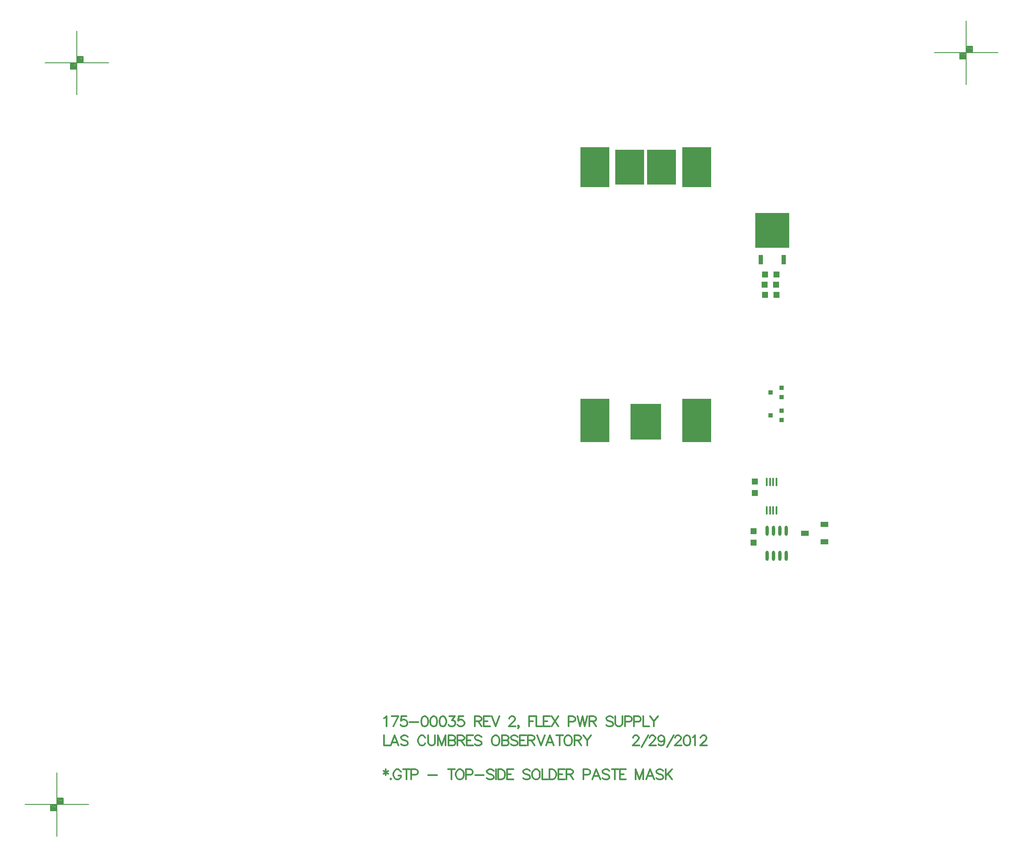
<source format=gtp>
%FSLAX23Y23*%
%MOIN*%
G70*
G01*
G75*
G04 Layer_Color=8421504*
%ADD10R,0.036X0.036*%
%ADD11R,0.050X0.050*%
%ADD12R,0.059X0.039*%
%ADD13O,0.014X0.067*%
%ADD14O,0.024X0.079*%
%ADD15R,0.050X0.050*%
%ADD16R,0.268X0.272*%
%ADD17R,0.037X0.075*%
%ADD18C,0.010*%
%ADD19C,0.020*%
%ADD20C,0.012*%
%ADD21R,5.000X0.079*%
%ADD22R,0.221X0.206*%
%ADD23R,6.378X0.079*%
%ADD24R,0.221X0.197*%
%ADD25R,0.262X0.135*%
%ADD26C,0.008*%
%ADD27C,0.012*%
%ADD28C,0.012*%
%ADD29R,0.059X0.059*%
%ADD30C,0.059*%
%ADD31C,0.157*%
%ADD32C,0.080*%
%ADD33C,0.079*%
%ADD34R,0.079X0.079*%
%ADD35R,0.120X0.120*%
%ADD36C,0.120*%
%ADD37C,0.055*%
%ADD38C,0.065*%
%ADD39C,0.115*%
%ADD40R,0.115X0.115*%
%ADD41C,0.037*%
%ADD42C,0.233*%
%ADD43C,0.220*%
%ADD44C,0.064*%
%ADD45C,0.020*%
%ADD46R,0.059X0.059*%
%ADD47C,0.030*%
%ADD48C,0.050*%
%ADD49C,0.024*%
%ADD50C,0.040*%
%ADD51C,0.075*%
%ADD52C,0.206*%
%ADD53C,0.092*%
G04:AMPARAMS|DCode=54|XSize=112mil|YSize=112mil|CornerRadius=0mil|HoleSize=0mil|Usage=FLASHONLY|Rotation=0.000|XOffset=0mil|YOffset=0mil|HoleType=Round|Shape=Relief|Width=10mil|Gap=10mil|Entries=4|*
%AMTHD54*
7,0,0,0.112,0.092,0.010,45*
%
%ADD54THD54*%
%ADD55C,0.087*%
%ADD56C,0.118*%
%ADD57C,0.073*%
%ADD58C,0.190*%
G04:AMPARAMS|DCode=59|XSize=107.244mil|YSize=107.244mil|CornerRadius=0mil|HoleSize=0mil|Usage=FLASHONLY|Rotation=0.000|XOffset=0mil|YOffset=0mil|HoleType=Round|Shape=Relief|Width=10mil|Gap=10mil|Entries=4|*
%AMTHD59*
7,0,0,0.107,0.087,0.010,45*
%
%ADD59THD59*%
G04:AMPARAMS|DCode=60|XSize=138mil|YSize=138mil|CornerRadius=0mil|HoleSize=0mil|Usage=FLASHONLY|Rotation=0.000|XOffset=0mil|YOffset=0mil|HoleType=Round|Shape=Relief|Width=10mil|Gap=10mil|Entries=4|*
%AMTHD60*
7,0,0,0.138,0.118,0.010,45*
%
%ADD60THD60*%
%ADD61C,0.067*%
%ADD62C,0.056*%
%ADD63C,0.104*%
G04:AMPARAMS|DCode=64|XSize=70mil|YSize=70mil|CornerRadius=0mil|HoleSize=0mil|Usage=FLASHONLY|Rotation=0.000|XOffset=0mil|YOffset=0mil|HoleType=Round|Shape=Relief|Width=10mil|Gap=10mil|Entries=4|*
%AMTHD64*
7,0,0,0.070,0.050,0.010,45*
%
%ADD64THD64*%
G04:AMPARAMS|DCode=65|XSize=95.433mil|YSize=95.433mil|CornerRadius=0mil|HoleSize=0mil|Usage=FLASHONLY|Rotation=0.000|XOffset=0mil|YOffset=0mil|HoleType=Round|Shape=Relief|Width=10mil|Gap=10mil|Entries=4|*
%AMTHD65*
7,0,0,0.095,0.075,0.010,45*
%
%ADD65THD65*%
%ADD66C,0.055*%
%ADD67C,0.068*%
G04:AMPARAMS|DCode=68|XSize=88mil|YSize=88mil|CornerRadius=0mil|HoleSize=0mil|Usage=FLASHONLY|Rotation=0.000|XOffset=0mil|YOffset=0mil|HoleType=Round|Shape=Relief|Width=10mil|Gap=10mil|Entries=4|*
%AMTHD68*
7,0,0,0.088,0.068,0.010,45*
%
%ADD68THD68*%
G04:AMPARAMS|DCode=69|XSize=226.142mil|YSize=226.142mil|CornerRadius=0mil|HoleSize=0mil|Usage=FLASHONLY|Rotation=0.000|XOffset=0mil|YOffset=0mil|HoleType=Round|Shape=Relief|Width=10mil|Gap=10mil|Entries=4|*
%AMTHD69*
7,0,0,0.226,0.206,0.010,45*
%
%ADD69THD69*%
G04:AMPARAMS|DCode=70|XSize=93.465mil|YSize=93.465mil|CornerRadius=0mil|HoleSize=0mil|Usage=FLASHONLY|Rotation=0.000|XOffset=0mil|YOffset=0mil|HoleType=Round|Shape=Relief|Width=10mil|Gap=10mil|Entries=4|*
%AMTHD70*
7,0,0,0.093,0.073,0.010,45*
%
%ADD70THD70*%
G04:AMPARAMS|DCode=71|XSize=100mil|YSize=100mil|CornerRadius=0mil|HoleSize=0mil|Usage=FLASHONLY|Rotation=0.000|XOffset=0mil|YOffset=0mil|HoleType=Round|Shape=Relief|Width=10mil|Gap=10mil|Entries=4|*
%AMTHD71*
7,0,0,0.100,0.080,0.010,45*
%
%ADD71THD71*%
G04:AMPARAMS|DCode=72|XSize=75mil|YSize=75mil|CornerRadius=0mil|HoleSize=0mil|Usage=FLASHONLY|Rotation=0.000|XOffset=0mil|YOffset=0mil|HoleType=Round|Shape=Relief|Width=10mil|Gap=10mil|Entries=4|*
%AMTHD72*
7,0,0,0.075,0.055,0.010,45*
%
%ADD72THD72*%
%ADD73R,0.094X0.102*%
%ADD74R,0.055X0.130*%
%ADD75R,0.059X0.087*%
%ADD76R,0.094X0.130*%
%ADD77C,0.050*%
%ADD78C,0.025*%
%ADD79C,0.007*%
%ADD80R,4.998X0.079*%
%ADD81C,0.025*%
%ADD82C,0.010*%
%ADD83C,0.024*%
%ADD84C,0.010*%
%ADD85C,0.006*%
%ADD86C,0.007*%
%ADD87C,0.008*%
%ADD88R,0.190X0.123*%
%ADD89R,0.230X0.340*%
%ADD90R,0.240X0.280*%
%ADD91R,0.230X0.275*%
%ADD92R,0.230X0.315*%
D10*
X52195Y33643D02*
D03*
X52109Y33606D02*
D03*
X52195Y33569D02*
D03*
Y33463D02*
D03*
X52109Y33426D02*
D03*
X52195Y33389D02*
D03*
D11*
X51978Y32425D02*
D03*
Y32515D02*
D03*
X51988Y32815D02*
D03*
Y32905D02*
D03*
D12*
X52534Y32569D02*
D03*
X52381Y32500D02*
D03*
X52534Y32431D02*
D03*
D13*
X52156Y32902D02*
D03*
X52130D02*
D03*
X52105D02*
D03*
X52079D02*
D03*
X52156Y32678D02*
D03*
X52130D02*
D03*
X52105D02*
D03*
X52079D02*
D03*
D14*
X52233Y32519D02*
D03*
X52183D02*
D03*
X52133D02*
D03*
X52083D02*
D03*
X52233Y32322D02*
D03*
X52183D02*
D03*
X52133D02*
D03*
X52083D02*
D03*
D15*
X52066Y34371D02*
D03*
X52156D02*
D03*
X52154Y34451D02*
D03*
X52064D02*
D03*
X52157Y34531D02*
D03*
X52067D02*
D03*
D16*
X52124Y34879D02*
D03*
D17*
X52213Y34649D02*
D03*
X52034D02*
D03*
D26*
X46410Y36197D02*
X46910D01*
X46660Y35947D02*
Y36447D01*
X46710Y36197D02*
Y36247D01*
X46660D02*
X46710D01*
X46610Y36147D02*
Y36197D01*
Y36147D02*
X46660D01*
X46615Y36192D02*
X46655D01*
X46615Y36152D02*
Y36192D01*
Y36152D02*
X46655D01*
Y36192D01*
X46620Y36187D02*
X46650D01*
X46620Y36157D02*
Y36187D01*
Y36157D02*
X46650D01*
Y36182D01*
X46625D02*
X46645D01*
X46625Y36162D02*
Y36182D01*
Y36162D02*
X46645D01*
Y36177D01*
X46630D02*
X46640D01*
X46630Y36167D02*
Y36177D01*
Y36167D02*
X46640D01*
Y36177D01*
X46630Y36172D02*
X46640D01*
X46665Y36242D02*
X46705D01*
X46665Y36202D02*
Y36242D01*
Y36202D02*
X46705D01*
Y36242D01*
X46670Y36237D02*
X46700D01*
X46670Y36207D02*
Y36237D01*
Y36207D02*
X46700D01*
Y36232D01*
X46675D02*
X46695D01*
X46675Y36212D02*
Y36232D01*
Y36212D02*
X46695D01*
Y36227D01*
X46680D02*
X46690D01*
X46680Y36217D02*
Y36227D01*
Y36217D02*
X46690D01*
Y36227D01*
X46680Y36222D02*
X46690D01*
X46252Y30370D02*
X46752D01*
X46502Y30120D02*
Y30620D01*
X46552Y30370D02*
Y30420D01*
X46502D02*
X46552D01*
X46452Y30320D02*
Y30370D01*
Y30320D02*
X46502D01*
X46457Y30365D02*
X46497D01*
X46457Y30325D02*
Y30365D01*
Y30325D02*
X46497D01*
Y30365D01*
X46462Y30360D02*
X46492D01*
X46462Y30330D02*
Y30360D01*
Y30330D02*
X46492D01*
Y30355D01*
X46467D02*
X46487D01*
X46467Y30335D02*
Y30355D01*
Y30335D02*
X46487D01*
Y30350D01*
X46472D02*
X46482D01*
X46472Y30340D02*
Y30350D01*
Y30340D02*
X46482D01*
Y30350D01*
X46472Y30345D02*
X46482D01*
X46507Y30415D02*
X46547D01*
X46507Y30375D02*
Y30415D01*
Y30375D02*
X46547D01*
Y30415D01*
X46512Y30410D02*
X46542D01*
X46512Y30380D02*
Y30410D01*
Y30380D02*
X46542D01*
Y30405D01*
X46517D02*
X46537D01*
X46517Y30385D02*
Y30405D01*
Y30385D02*
X46537D01*
Y30400D01*
X46522D02*
X46532D01*
X46522Y30390D02*
Y30400D01*
Y30390D02*
X46532D01*
Y30400D01*
X46522Y30395D02*
X46532D01*
X53398Y36275D02*
X53898D01*
X53648Y36025D02*
Y36525D01*
X53698Y36275D02*
Y36325D01*
X53648D02*
X53698D01*
X53598Y36225D02*
Y36275D01*
Y36225D02*
X53648D01*
X53603Y36270D02*
X53643D01*
X53603Y36230D02*
Y36270D01*
Y36230D02*
X53643D01*
Y36270D01*
X53608Y36265D02*
X53638D01*
X53608Y36235D02*
Y36265D01*
Y36235D02*
X53638D01*
Y36260D01*
X53613D02*
X53633D01*
X53613Y36240D02*
Y36260D01*
Y36240D02*
X53633D01*
Y36255D01*
X53618D02*
X53628D01*
X53618Y36245D02*
Y36255D01*
Y36245D02*
X53628D01*
Y36255D01*
X53618Y36250D02*
X53628D01*
X53653Y36320D02*
X53693D01*
X53653Y36280D02*
Y36320D01*
Y36280D02*
X53693D01*
Y36320D01*
X53658Y36315D02*
X53688D01*
X53658Y36285D02*
Y36315D01*
Y36285D02*
X53688D01*
Y36310D01*
X53663D02*
X53683D01*
X53663Y36290D02*
Y36310D01*
Y36290D02*
X53683D01*
Y36305D01*
X53668D02*
X53678D01*
X53668Y36295D02*
Y36305D01*
Y36295D02*
X53678D01*
Y36305D01*
X53668Y36300D02*
X53678D01*
D27*
X49073Y30911D02*
Y30831D01*
X49119D01*
X49188D02*
X49158Y30911D01*
X49127Y30831D01*
X49139Y30857D02*
X49177D01*
X49260Y30899D02*
X49253Y30907D01*
X49241Y30911D01*
X49226D01*
X49215Y30907D01*
X49207Y30899D01*
Y30892D01*
X49211Y30884D01*
X49215Y30880D01*
X49222Y30876D01*
X49245Y30869D01*
X49253Y30865D01*
X49257Y30861D01*
X49260Y30853D01*
Y30842D01*
X49253Y30834D01*
X49241Y30831D01*
X49226D01*
X49215Y30834D01*
X49207Y30842D01*
X49398Y30892D02*
X49394Y30899D01*
X49387Y30907D01*
X49379Y30911D01*
X49364D01*
X49356Y30907D01*
X49349Y30899D01*
X49345Y30892D01*
X49341Y30880D01*
Y30861D01*
X49345Y30850D01*
X49349Y30842D01*
X49356Y30834D01*
X49364Y30831D01*
X49379D01*
X49387Y30834D01*
X49394Y30842D01*
X49398Y30850D01*
X49421Y30911D02*
Y30853D01*
X49425Y30842D01*
X49432Y30834D01*
X49444Y30831D01*
X49451D01*
X49463Y30834D01*
X49470Y30842D01*
X49474Y30853D01*
Y30911D01*
X49496D02*
Y30831D01*
Y30911D02*
X49527Y30831D01*
X49557Y30911D02*
X49527Y30831D01*
X49557Y30911D02*
Y30831D01*
X49580Y30911D02*
Y30831D01*
Y30911D02*
X49614D01*
X49626Y30907D01*
X49629Y30903D01*
X49633Y30895D01*
Y30888D01*
X49629Y30880D01*
X49626Y30876D01*
X49614Y30872D01*
X49580D02*
X49614D01*
X49626Y30869D01*
X49629Y30865D01*
X49633Y30857D01*
Y30846D01*
X49629Y30838D01*
X49626Y30834D01*
X49614Y30831D01*
X49580D01*
X49651Y30911D02*
Y30831D01*
Y30911D02*
X49685D01*
X49697Y30907D01*
X49701Y30903D01*
X49705Y30895D01*
Y30888D01*
X49701Y30880D01*
X49697Y30876D01*
X49685Y30872D01*
X49651D01*
X49678D02*
X49705Y30831D01*
X49772Y30911D02*
X49722D01*
Y30831D01*
X49772D01*
X49722Y30872D02*
X49753D01*
X49839Y30899D02*
X49831Y30907D01*
X49820Y30911D01*
X49804D01*
X49793Y30907D01*
X49785Y30899D01*
Y30892D01*
X49789Y30884D01*
X49793Y30880D01*
X49800Y30876D01*
X49823Y30869D01*
X49831Y30865D01*
X49835Y30861D01*
X49839Y30853D01*
Y30842D01*
X49831Y30834D01*
X49820Y30831D01*
X49804D01*
X49793Y30834D01*
X49785Y30842D01*
X49942Y30911D02*
X49935Y30907D01*
X49927Y30899D01*
X49923Y30892D01*
X49919Y30880D01*
Y30861D01*
X49923Y30850D01*
X49927Y30842D01*
X49935Y30834D01*
X49942Y30831D01*
X49957D01*
X49965Y30834D01*
X49973Y30842D01*
X49976Y30850D01*
X49980Y30861D01*
Y30880D01*
X49976Y30892D01*
X49973Y30899D01*
X49965Y30907D01*
X49957Y30911D01*
X49942D01*
X49999D02*
Y30831D01*
Y30911D02*
X50033D01*
X50045Y30907D01*
X50048Y30903D01*
X50052Y30895D01*
Y30888D01*
X50048Y30880D01*
X50045Y30876D01*
X50033Y30872D01*
X49999D02*
X50033D01*
X50045Y30869D01*
X50048Y30865D01*
X50052Y30857D01*
Y30846D01*
X50048Y30838D01*
X50045Y30834D01*
X50033Y30831D01*
X49999D01*
X50123Y30899D02*
X50116Y30907D01*
X50104Y30911D01*
X50089D01*
X50078Y30907D01*
X50070Y30899D01*
Y30892D01*
X50074Y30884D01*
X50078Y30880D01*
X50085Y30876D01*
X50108Y30869D01*
X50116Y30865D01*
X50120Y30861D01*
X50123Y30853D01*
Y30842D01*
X50116Y30834D01*
X50104Y30831D01*
X50089D01*
X50078Y30834D01*
X50070Y30842D01*
X50191Y30911D02*
X50141D01*
Y30831D01*
X50191D01*
X50141Y30872D02*
X50172D01*
X50204Y30911D02*
Y30831D01*
Y30911D02*
X50238D01*
X50250Y30907D01*
X50254Y30903D01*
X50258Y30895D01*
Y30888D01*
X50254Y30880D01*
X50250Y30876D01*
X50238Y30872D01*
X50204D01*
X50231D02*
X50258Y30831D01*
X50275Y30911D02*
X50306Y30831D01*
X50336Y30911D02*
X50306Y30831D01*
X50408D02*
X50377Y30911D01*
X50347Y30831D01*
X50358Y30857D02*
X50396D01*
X50453Y30911D02*
Y30831D01*
X50426Y30911D02*
X50480D01*
X50512D02*
X50504Y30907D01*
X50497Y30899D01*
X50493Y30892D01*
X50489Y30880D01*
Y30861D01*
X50493Y30850D01*
X50497Y30842D01*
X50504Y30834D01*
X50512Y30831D01*
X50527D01*
X50535Y30834D01*
X50542Y30842D01*
X50546Y30850D01*
X50550Y30861D01*
Y30880D01*
X50546Y30892D01*
X50542Y30899D01*
X50535Y30907D01*
X50527Y30911D01*
X50512D01*
X50569D02*
Y30831D01*
Y30911D02*
X50603D01*
X50614Y30907D01*
X50618Y30903D01*
X50622Y30895D01*
Y30888D01*
X50618Y30880D01*
X50614Y30876D01*
X50603Y30872D01*
X50569D01*
X50595D02*
X50622Y30831D01*
X50640Y30911D02*
X50670Y30872D01*
Y30831D01*
X50701Y30911D02*
X50670Y30872D01*
X51029Y30892D02*
Y30895D01*
X51033Y30903D01*
X51037Y30907D01*
X51044Y30911D01*
X51060D01*
X51067Y30907D01*
X51071Y30903D01*
X51075Y30895D01*
Y30888D01*
X51071Y30880D01*
X51063Y30869D01*
X51025Y30831D01*
X51079D01*
X51097Y30819D02*
X51150Y30911D01*
X51159Y30892D02*
Y30895D01*
X51163Y30903D01*
X51167Y30907D01*
X51174Y30911D01*
X51190D01*
X51197Y30907D01*
X51201Y30903D01*
X51205Y30895D01*
Y30888D01*
X51201Y30880D01*
X51193Y30869D01*
X51155Y30831D01*
X51209D01*
X51276Y30884D02*
X51272Y30872D01*
X51265Y30865D01*
X51253Y30861D01*
X51249D01*
X51238Y30865D01*
X51230Y30872D01*
X51226Y30884D01*
Y30888D01*
X51230Y30899D01*
X51238Y30907D01*
X51249Y30911D01*
X51253D01*
X51265Y30907D01*
X51272Y30899D01*
X51276Y30884D01*
Y30865D01*
X51272Y30846D01*
X51265Y30834D01*
X51253Y30831D01*
X51246D01*
X51234Y30834D01*
X51230Y30842D01*
X51298Y30819D02*
X51351Y30911D01*
X51360Y30892D02*
Y30895D01*
X51364Y30903D01*
X51368Y30907D01*
X51375Y30911D01*
X51391D01*
X51398Y30907D01*
X51402Y30903D01*
X51406Y30895D01*
Y30888D01*
X51402Y30880D01*
X51394Y30869D01*
X51356Y30831D01*
X51410D01*
X51450Y30911D02*
X51439Y30907D01*
X51431Y30895D01*
X51428Y30876D01*
Y30865D01*
X51431Y30846D01*
X51439Y30834D01*
X51450Y30831D01*
X51458D01*
X51469Y30834D01*
X51477Y30846D01*
X51481Y30865D01*
Y30876D01*
X51477Y30895D01*
X51469Y30907D01*
X51458Y30911D01*
X51450D01*
X51499Y30895D02*
X51506Y30899D01*
X51518Y30911D01*
Y30831D01*
X51561Y30892D02*
Y30895D01*
X51565Y30903D01*
X51569Y30907D01*
X51576Y30911D01*
X51592D01*
X51599Y30907D01*
X51603Y30903D01*
X51607Y30895D01*
Y30888D01*
X51603Y30880D01*
X51596Y30869D01*
X51557Y30831D01*
X51611D01*
D28*
X49088Y30644D02*
Y30598D01*
X49069Y30633D02*
X49107Y30610D01*
Y30633D02*
X49069Y30610D01*
X49127Y30572D02*
X49123Y30568D01*
X49127Y30564D01*
X49131Y30568D01*
X49127Y30572D01*
X49205Y30625D02*
X49201Y30633D01*
X49194Y30640D01*
X49186Y30644D01*
X49171D01*
X49163Y30640D01*
X49156Y30633D01*
X49152Y30625D01*
X49148Y30614D01*
Y30594D01*
X49152Y30583D01*
X49156Y30575D01*
X49163Y30568D01*
X49171Y30564D01*
X49186D01*
X49194Y30568D01*
X49201Y30575D01*
X49205Y30583D01*
Y30594D01*
X49186D02*
X49205D01*
X49250Y30644D02*
Y30564D01*
X49224Y30644D02*
X49277D01*
X49286Y30602D02*
X49321D01*
X49332Y30606D01*
X49336Y30610D01*
X49340Y30617D01*
Y30629D01*
X49336Y30636D01*
X49332Y30640D01*
X49321Y30644D01*
X49286D01*
Y30564D01*
X49420Y30598D02*
X49489D01*
X49602Y30644D02*
Y30564D01*
X49575Y30644D02*
X49629D01*
X49661D02*
X49654Y30640D01*
X49646Y30633D01*
X49642Y30625D01*
X49638Y30614D01*
Y30594D01*
X49642Y30583D01*
X49646Y30575D01*
X49654Y30568D01*
X49661Y30564D01*
X49676D01*
X49684Y30568D01*
X49692Y30575D01*
X49695Y30583D01*
X49699Y30594D01*
Y30614D01*
X49695Y30625D01*
X49692Y30633D01*
X49684Y30640D01*
X49676Y30644D01*
X49661D01*
X49718Y30602D02*
X49752D01*
X49764Y30606D01*
X49767Y30610D01*
X49771Y30617D01*
Y30629D01*
X49767Y30636D01*
X49764Y30640D01*
X49752Y30644D01*
X49718D01*
Y30564D01*
X49789Y30598D02*
X49858D01*
X49935Y30633D02*
X49927Y30640D01*
X49916Y30644D01*
X49900D01*
X49889Y30640D01*
X49881Y30633D01*
Y30625D01*
X49885Y30617D01*
X49889Y30614D01*
X49897Y30610D01*
X49919Y30602D01*
X49927Y30598D01*
X49931Y30594D01*
X49935Y30587D01*
Y30575D01*
X49927Y30568D01*
X49916Y30564D01*
X49900D01*
X49889Y30568D01*
X49881Y30575D01*
X49953Y30644D02*
Y30564D01*
X49969Y30644D02*
Y30564D01*
Y30644D02*
X49996D01*
X50007Y30640D01*
X50015Y30633D01*
X50019Y30625D01*
X50023Y30614D01*
Y30594D01*
X50019Y30583D01*
X50015Y30575D01*
X50007Y30568D01*
X49996Y30564D01*
X49969D01*
X50090Y30644D02*
X50041D01*
Y30564D01*
X50090D01*
X50041Y30606D02*
X50071D01*
X50220Y30633D02*
X50212Y30640D01*
X50200Y30644D01*
X50185D01*
X50174Y30640D01*
X50166Y30633D01*
Y30625D01*
X50170Y30617D01*
X50174Y30614D01*
X50181Y30610D01*
X50204Y30602D01*
X50212Y30598D01*
X50216Y30594D01*
X50220Y30587D01*
Y30575D01*
X50212Y30568D01*
X50200Y30564D01*
X50185D01*
X50174Y30568D01*
X50166Y30575D01*
X50260Y30644D02*
X50253Y30640D01*
X50245Y30633D01*
X50241Y30625D01*
X50237Y30614D01*
Y30594D01*
X50241Y30583D01*
X50245Y30575D01*
X50253Y30568D01*
X50260Y30564D01*
X50276D01*
X50283Y30568D01*
X50291Y30575D01*
X50295Y30583D01*
X50298Y30594D01*
Y30614D01*
X50295Y30625D01*
X50291Y30633D01*
X50283Y30640D01*
X50276Y30644D01*
X50260D01*
X50317D02*
Y30564D01*
X50363D01*
X50372Y30644D02*
Y30564D01*
Y30644D02*
X50398D01*
X50410Y30640D01*
X50417Y30633D01*
X50421Y30625D01*
X50425Y30614D01*
Y30594D01*
X50421Y30583D01*
X50417Y30575D01*
X50410Y30568D01*
X50398Y30564D01*
X50372D01*
X50492Y30644D02*
X50443D01*
Y30564D01*
X50492D01*
X50443Y30606D02*
X50473D01*
X50506Y30644D02*
Y30564D01*
Y30644D02*
X50540D01*
X50551Y30640D01*
X50555Y30636D01*
X50559Y30629D01*
Y30621D01*
X50555Y30614D01*
X50551Y30610D01*
X50540Y30606D01*
X50506D01*
X50532D02*
X50559Y30564D01*
X50640Y30602D02*
X50674D01*
X50685Y30606D01*
X50689Y30610D01*
X50693Y30617D01*
Y30629D01*
X50689Y30636D01*
X50685Y30640D01*
X50674Y30644D01*
X50640D01*
Y30564D01*
X50772D02*
X50741Y30644D01*
X50711Y30564D01*
X50722Y30591D02*
X50760D01*
X50844Y30633D02*
X50836Y30640D01*
X50825Y30644D01*
X50810D01*
X50798Y30640D01*
X50790Y30633D01*
Y30625D01*
X50794Y30617D01*
X50798Y30614D01*
X50806Y30610D01*
X50829Y30602D01*
X50836Y30598D01*
X50840Y30594D01*
X50844Y30587D01*
Y30575D01*
X50836Y30568D01*
X50825Y30564D01*
X50810D01*
X50798Y30568D01*
X50790Y30575D01*
X50888Y30644D02*
Y30564D01*
X50862Y30644D02*
X50915D01*
X50974D02*
X50925D01*
Y30564D01*
X50974D01*
X50925Y30606D02*
X50955D01*
X51050Y30644D02*
Y30564D01*
Y30644D02*
X51081Y30564D01*
X51111Y30644D02*
X51081Y30564D01*
X51111Y30644D02*
Y30564D01*
X51195D02*
X51164Y30644D01*
X51134Y30564D01*
X51145Y30591D02*
X51184D01*
X51267Y30633D02*
X51259Y30640D01*
X51248Y30644D01*
X51233D01*
X51221Y30640D01*
X51214Y30633D01*
Y30625D01*
X51217Y30617D01*
X51221Y30614D01*
X51229Y30610D01*
X51252Y30602D01*
X51259Y30598D01*
X51263Y30594D01*
X51267Y30587D01*
Y30575D01*
X51259Y30568D01*
X51248Y30564D01*
X51233D01*
X51221Y30568D01*
X51214Y30575D01*
X51285Y30644D02*
Y30564D01*
X51338Y30644D02*
X51285Y30591D01*
X51304Y30610D02*
X51338Y30564D01*
X49073Y31045D02*
X49081Y31049D01*
X49092Y31061D01*
Y30981D01*
X49185Y31061D02*
X49147Y30981D01*
X49132Y31061D02*
X49185D01*
X49249D02*
X49211D01*
X49207Y31026D01*
X49211Y31030D01*
X49222Y31034D01*
X49233D01*
X49245Y31030D01*
X49252Y31022D01*
X49256Y31011D01*
Y31003D01*
X49252Y30992D01*
X49245Y30984D01*
X49233Y30981D01*
X49222D01*
X49211Y30984D01*
X49207Y30988D01*
X49203Y30996D01*
X49274Y31015D02*
X49343D01*
X49389Y31061D02*
X49378Y31057D01*
X49370Y31045D01*
X49366Y31026D01*
Y31015D01*
X49370Y30996D01*
X49378Y30984D01*
X49389Y30981D01*
X49397D01*
X49408Y30984D01*
X49416Y30996D01*
X49420Y31015D01*
Y31026D01*
X49416Y31045D01*
X49408Y31057D01*
X49397Y31061D01*
X49389D01*
X49460D02*
X49449Y31057D01*
X49441Y31045D01*
X49438Y31026D01*
Y31015D01*
X49441Y30996D01*
X49449Y30984D01*
X49460Y30981D01*
X49468D01*
X49479Y30984D01*
X49487Y30996D01*
X49491Y31015D01*
Y31026D01*
X49487Y31045D01*
X49479Y31057D01*
X49468Y31061D01*
X49460D01*
X49532D02*
X49520Y31057D01*
X49513Y31045D01*
X49509Y31026D01*
Y31015D01*
X49513Y30996D01*
X49520Y30984D01*
X49532Y30981D01*
X49539D01*
X49551Y30984D01*
X49558Y30996D01*
X49562Y31015D01*
Y31026D01*
X49558Y31045D01*
X49551Y31057D01*
X49539Y31061D01*
X49532D01*
X49588D02*
X49629D01*
X49607Y31030D01*
X49618D01*
X49626Y31026D01*
X49629Y31022D01*
X49633Y31011D01*
Y31003D01*
X49629Y30992D01*
X49622Y30984D01*
X49610Y30981D01*
X49599D01*
X49588Y30984D01*
X49584Y30988D01*
X49580Y30996D01*
X49697Y31061D02*
X49659D01*
X49655Y31026D01*
X49659Y31030D01*
X49670Y31034D01*
X49682D01*
X49693Y31030D01*
X49701Y31022D01*
X49705Y31011D01*
Y31003D01*
X49701Y30992D01*
X49693Y30984D01*
X49682Y30981D01*
X49670D01*
X49659Y30984D01*
X49655Y30988D01*
X49651Y30996D01*
X49785Y31061D02*
Y30981D01*
Y31061D02*
X49820D01*
X49831Y31057D01*
X49835Y31053D01*
X49839Y31045D01*
Y31038D01*
X49835Y31030D01*
X49831Y31026D01*
X49820Y31022D01*
X49785D01*
X49812D02*
X49839Y30981D01*
X49906Y31061D02*
X49856D01*
Y30981D01*
X49906D01*
X49856Y31022D02*
X49887D01*
X49919Y31061D02*
X49950Y30981D01*
X49980Y31061D02*
X49950Y30981D01*
X50057Y31042D02*
Y31045D01*
X50061Y31053D01*
X50065Y31057D01*
X50072Y31061D01*
X50088D01*
X50095Y31057D01*
X50099Y31053D01*
X50103Y31045D01*
Y31038D01*
X50099Y31030D01*
X50091Y31019D01*
X50053Y30981D01*
X50107D01*
X50132Y30984D02*
X50128Y30981D01*
X50125Y30984D01*
X50128Y30988D01*
X50132Y30984D01*
Y30977D01*
X50128Y30969D01*
X50125Y30965D01*
X50213Y31061D02*
Y30981D01*
Y31061D02*
X50262D01*
X50213Y31022D02*
X50243D01*
X50271Y31061D02*
Y30981D01*
X50317D01*
X50375Y31061D02*
X50326D01*
Y30981D01*
X50375D01*
X50326Y31022D02*
X50356D01*
X50389Y31061D02*
X50442Y30981D01*
Y31061D02*
X50389Y30981D01*
X50523Y31019D02*
X50557D01*
X50568Y31022D01*
X50572Y31026D01*
X50576Y31034D01*
Y31045D01*
X50572Y31053D01*
X50568Y31057D01*
X50557Y31061D01*
X50523D01*
Y30981D01*
X50594Y31061D02*
X50613Y30981D01*
X50632Y31061D02*
X50613Y30981D01*
X50632Y31061D02*
X50651Y30981D01*
X50670Y31061D02*
X50651Y30981D01*
X50686Y31061D02*
Y30981D01*
Y31061D02*
X50720D01*
X50732Y31057D01*
X50736Y31053D01*
X50739Y31045D01*
Y31038D01*
X50736Y31030D01*
X50732Y31026D01*
X50720Y31022D01*
X50686D01*
X50713D02*
X50739Y30981D01*
X50873Y31049D02*
X50866Y31057D01*
X50854Y31061D01*
X50839D01*
X50828Y31057D01*
X50820Y31049D01*
Y31042D01*
X50824Y31034D01*
X50828Y31030D01*
X50835Y31026D01*
X50858Y31019D01*
X50866Y31015D01*
X50870Y31011D01*
X50873Y31003D01*
Y30992D01*
X50866Y30984D01*
X50854Y30981D01*
X50839D01*
X50828Y30984D01*
X50820Y30992D01*
X50891Y31061D02*
Y31003D01*
X50895Y30992D01*
X50903Y30984D01*
X50914Y30981D01*
X50922D01*
X50933Y30984D01*
X50941Y30992D01*
X50945Y31003D01*
Y31061D01*
X50967Y31019D02*
X51001D01*
X51012Y31022D01*
X51016Y31026D01*
X51020Y31034D01*
Y31045D01*
X51016Y31053D01*
X51012Y31057D01*
X51001Y31061D01*
X50967D01*
Y30981D01*
X51038Y31019D02*
X51072D01*
X51084Y31022D01*
X51087Y31026D01*
X51091Y31034D01*
Y31045D01*
X51087Y31053D01*
X51084Y31057D01*
X51072Y31061D01*
X51038D01*
Y30981D01*
X51109Y31061D02*
Y30981D01*
X51155D01*
X51164Y31061D02*
X51194Y31022D01*
Y30981D01*
X51225Y31061D02*
X51194Y31022D01*
D89*
X51529Y33387D02*
D03*
X50729D02*
D03*
D90*
X51129Y33377D02*
D03*
D91*
X51254Y35374D02*
D03*
X51004D02*
D03*
D92*
X51529D02*
D03*
X50729D02*
D03*
M02*

</source>
